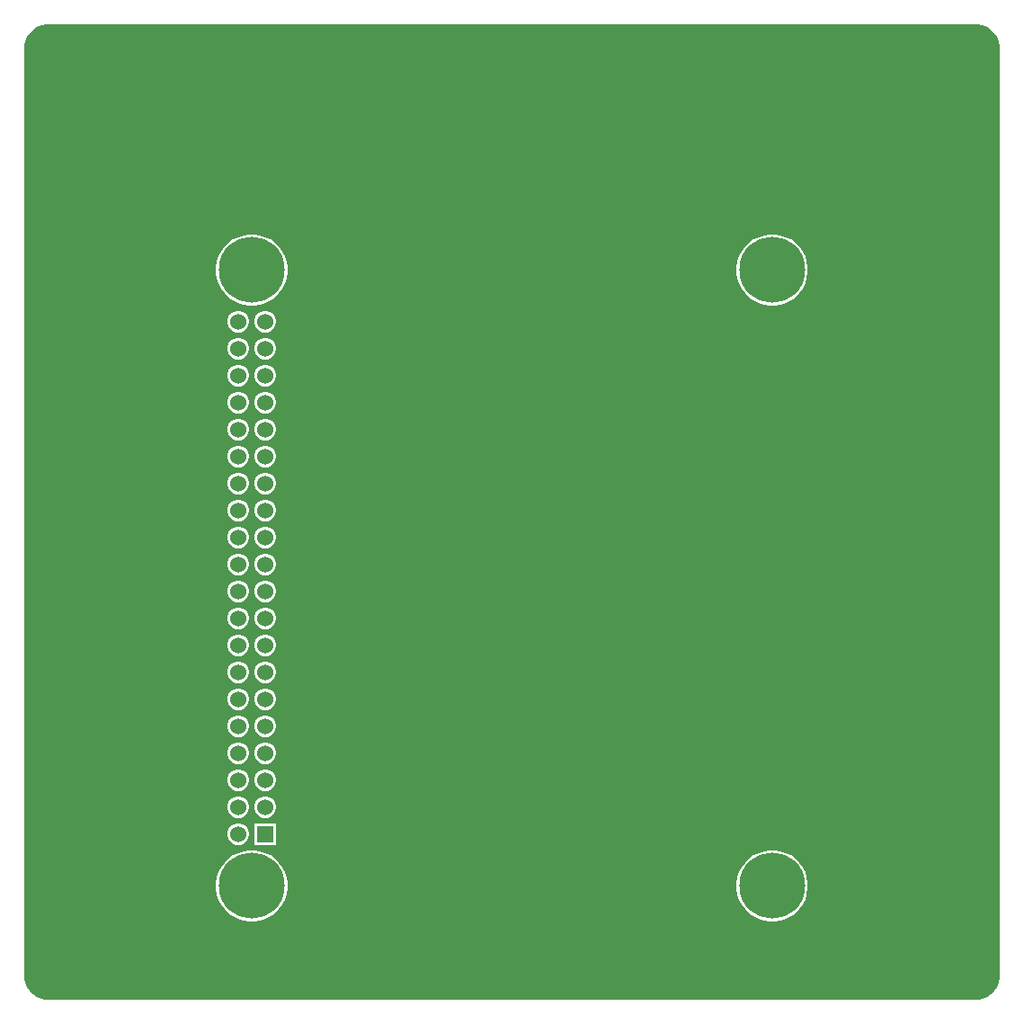
<source format=gbl>
G04*
G04 #@! TF.GenerationSoftware,Altium Limited,Altium Designer,23.0.1 (38)*
G04*
G04 Layer_Physical_Order=2*
G04 Layer_Color=16711680*
%FSLAX25Y25*%
%MOIN*%
G70*
G04*
G04 #@! TF.SameCoordinates,98C9FFAE-3615-4BD8-9C5D-4E3436802419*
G04*
G04*
G04 #@! TF.FilePolarity,Positive*
G04*
G01*
G75*
%ADD16C,0.24410*%
%ADD17R,0.06000X0.06000*%
%ADD18C,0.06000*%
G36*
X354622Y362615D02*
X356355Y362270D01*
X357962Y361605D01*
X359408Y360638D01*
X360638Y359408D01*
X361605Y357962D01*
X362270Y356355D01*
X362615Y354622D01*
X362658Y353752D01*
Y10028D01*
X362615Y9157D01*
X362270Y7424D01*
X361605Y5817D01*
X360638Y4371D01*
X359408Y3141D01*
X357962Y2175D01*
X356355Y1509D01*
X354622Y1164D01*
X353752Y1122D01*
X10028D01*
X9157Y1164D01*
X7424Y1509D01*
X5817Y2175D01*
X4371Y3141D01*
X3141Y4371D01*
X2175Y5817D01*
X1509Y7424D01*
X1164Y9157D01*
X1122Y10028D01*
Y353752D01*
X1164Y354622D01*
X1509Y356355D01*
X2175Y357962D01*
X3141Y359408D01*
X4371Y360638D01*
X5817Y361605D01*
X7424Y362270D01*
X9157Y362615D01*
X10028Y362658D01*
X353752D01*
X354622Y362615D01*
D02*
G37*
%LPC*%
G36*
X279386Y284858D02*
X277307D01*
X275254Y284533D01*
X273278Y283891D01*
X271426Y282947D01*
X269744Y281726D01*
X268274Y280256D01*
X267053Y278574D01*
X266109Y276722D01*
X265467Y274746D01*
X265142Y272693D01*
Y270614D01*
X265467Y268561D01*
X266109Y266585D01*
X267053Y264733D01*
X268274Y263051D01*
X269744Y261581D01*
X271426Y260360D01*
X273278Y259416D01*
X275254Y258774D01*
X277307Y258449D01*
X279386D01*
X281439Y258774D01*
X283415Y259416D01*
X285267Y260360D01*
X286949Y261581D01*
X288418Y263051D01*
X289640Y264733D01*
X290584Y266585D01*
X291226Y268561D01*
X291551Y270614D01*
Y272693D01*
X291226Y274746D01*
X290584Y276722D01*
X289640Y278574D01*
X288418Y280256D01*
X286949Y281726D01*
X285267Y282947D01*
X283415Y283891D01*
X281439Y284533D01*
X279386Y284858D01*
D02*
G37*
G36*
X86472D02*
X84394D01*
X82341Y284533D01*
X80364Y283891D01*
X78512Y282947D01*
X76831Y281726D01*
X75361Y280256D01*
X74139Y278574D01*
X73196Y276722D01*
X72553Y274746D01*
X72228Y272693D01*
Y270614D01*
X72553Y268561D01*
X73196Y266585D01*
X74139Y264733D01*
X75361Y263051D01*
X76831Y261581D01*
X78512Y260360D01*
X80364Y259416D01*
X82341Y258774D01*
X84394Y258449D01*
X86472D01*
X88525Y258774D01*
X90502Y259416D01*
X92354Y260360D01*
X94035Y261581D01*
X95505Y263051D01*
X96727Y264733D01*
X97670Y266585D01*
X98313Y268561D01*
X98638Y270614D01*
Y272693D01*
X98313Y274746D01*
X97670Y276722D01*
X96727Y278574D01*
X95505Y280256D01*
X94035Y281726D01*
X92354Y282947D01*
X90502Y283891D01*
X88525Y284533D01*
X86472Y284858D01*
D02*
G37*
G36*
X90960Y256480D02*
X89907D01*
X88889Y256208D01*
X87977Y255681D01*
X87232Y254936D01*
X86706Y254024D01*
X86433Y253007D01*
Y251954D01*
X86706Y250936D01*
X87232Y250024D01*
X87977Y249279D01*
X88889Y248753D01*
X89907Y248480D01*
X90960D01*
X91977Y248753D01*
X92889Y249279D01*
X93634Y250024D01*
X94160Y250936D01*
X94433Y251954D01*
Y253007D01*
X94160Y254024D01*
X93634Y254936D01*
X92889Y255681D01*
X91977Y256208D01*
X90960Y256480D01*
D02*
G37*
G36*
X80960D02*
X79906D01*
X78889Y256208D01*
X77977Y255681D01*
X77232Y254936D01*
X76706Y254024D01*
X76433Y253007D01*
Y251954D01*
X76706Y250936D01*
X77232Y250024D01*
X77977Y249279D01*
X78889Y248753D01*
X79906Y248480D01*
X80960D01*
X81977Y248753D01*
X82889Y249279D01*
X83634Y250024D01*
X84161Y250936D01*
X84433Y251954D01*
Y253007D01*
X84161Y254024D01*
X83634Y254936D01*
X82889Y255681D01*
X81977Y256208D01*
X80960Y256480D01*
D02*
G37*
G36*
X90960Y246480D02*
X89907D01*
X88889Y246208D01*
X87977Y245681D01*
X87232Y244936D01*
X86706Y244024D01*
X86433Y243007D01*
Y241954D01*
X86706Y240936D01*
X87232Y240024D01*
X87977Y239280D01*
X88889Y238753D01*
X89907Y238480D01*
X90960D01*
X91977Y238753D01*
X92889Y239280D01*
X93634Y240024D01*
X94160Y240936D01*
X94433Y241954D01*
Y243007D01*
X94160Y244024D01*
X93634Y244936D01*
X92889Y245681D01*
X91977Y246208D01*
X90960Y246480D01*
D02*
G37*
G36*
X80960D02*
X79906D01*
X78889Y246208D01*
X77977Y245681D01*
X77232Y244936D01*
X76706Y244024D01*
X76433Y243007D01*
Y241954D01*
X76706Y240936D01*
X77232Y240024D01*
X77977Y239280D01*
X78889Y238753D01*
X79906Y238480D01*
X80960D01*
X81977Y238753D01*
X82889Y239280D01*
X83634Y240024D01*
X84161Y240936D01*
X84433Y241954D01*
Y243007D01*
X84161Y244024D01*
X83634Y244936D01*
X82889Y245681D01*
X81977Y246208D01*
X80960Y246480D01*
D02*
G37*
G36*
X90960Y236480D02*
X89907D01*
X88889Y236208D01*
X87977Y235681D01*
X87232Y234936D01*
X86706Y234024D01*
X86433Y233007D01*
Y231954D01*
X86706Y230936D01*
X87232Y230024D01*
X87977Y229279D01*
X88889Y228753D01*
X89907Y228480D01*
X90960D01*
X91977Y228753D01*
X92889Y229279D01*
X93634Y230024D01*
X94160Y230936D01*
X94433Y231954D01*
Y233007D01*
X94160Y234024D01*
X93634Y234936D01*
X92889Y235681D01*
X91977Y236208D01*
X90960Y236480D01*
D02*
G37*
G36*
X80960D02*
X79906D01*
X78889Y236208D01*
X77977Y235681D01*
X77232Y234936D01*
X76706Y234024D01*
X76433Y233007D01*
Y231954D01*
X76706Y230936D01*
X77232Y230024D01*
X77977Y229279D01*
X78889Y228753D01*
X79906Y228480D01*
X80960D01*
X81977Y228753D01*
X82889Y229279D01*
X83634Y230024D01*
X84161Y230936D01*
X84433Y231954D01*
Y233007D01*
X84161Y234024D01*
X83634Y234936D01*
X82889Y235681D01*
X81977Y236208D01*
X80960Y236480D01*
D02*
G37*
G36*
X90960Y226480D02*
X89907D01*
X88889Y226208D01*
X87977Y225681D01*
X87232Y224936D01*
X86706Y224024D01*
X86433Y223007D01*
Y221954D01*
X86706Y220936D01*
X87232Y220024D01*
X87977Y219280D01*
X88889Y218753D01*
X89907Y218480D01*
X90960D01*
X91977Y218753D01*
X92889Y219280D01*
X93634Y220024D01*
X94160Y220936D01*
X94433Y221954D01*
Y223007D01*
X94160Y224024D01*
X93634Y224936D01*
X92889Y225681D01*
X91977Y226208D01*
X90960Y226480D01*
D02*
G37*
G36*
X80960D02*
X79906D01*
X78889Y226208D01*
X77977Y225681D01*
X77232Y224936D01*
X76706Y224024D01*
X76433Y223007D01*
Y221954D01*
X76706Y220936D01*
X77232Y220024D01*
X77977Y219280D01*
X78889Y218753D01*
X79906Y218480D01*
X80960D01*
X81977Y218753D01*
X82889Y219280D01*
X83634Y220024D01*
X84161Y220936D01*
X84433Y221954D01*
Y223007D01*
X84161Y224024D01*
X83634Y224936D01*
X82889Y225681D01*
X81977Y226208D01*
X80960Y226480D01*
D02*
G37*
G36*
X90960Y216480D02*
X89907D01*
X88889Y216208D01*
X87977Y215681D01*
X87232Y214936D01*
X86706Y214024D01*
X86433Y213007D01*
Y211954D01*
X86706Y210936D01*
X87232Y210024D01*
X87977Y209279D01*
X88889Y208753D01*
X89907Y208480D01*
X90960D01*
X91977Y208753D01*
X92889Y209279D01*
X93634Y210024D01*
X94160Y210936D01*
X94433Y211954D01*
Y213007D01*
X94160Y214024D01*
X93634Y214936D01*
X92889Y215681D01*
X91977Y216208D01*
X90960Y216480D01*
D02*
G37*
G36*
X80960D02*
X79906D01*
X78889Y216208D01*
X77977Y215681D01*
X77232Y214936D01*
X76706Y214024D01*
X76433Y213007D01*
Y211954D01*
X76706Y210936D01*
X77232Y210024D01*
X77977Y209279D01*
X78889Y208753D01*
X79906Y208480D01*
X80960D01*
X81977Y208753D01*
X82889Y209279D01*
X83634Y210024D01*
X84161Y210936D01*
X84433Y211954D01*
Y213007D01*
X84161Y214024D01*
X83634Y214936D01*
X82889Y215681D01*
X81977Y216208D01*
X80960Y216480D01*
D02*
G37*
G36*
X90960Y206480D02*
X89907D01*
X88889Y206208D01*
X87977Y205681D01*
X87232Y204936D01*
X86706Y204024D01*
X86433Y203007D01*
Y201954D01*
X86706Y200936D01*
X87232Y200024D01*
X87977Y199279D01*
X88889Y198753D01*
X89907Y198480D01*
X90960D01*
X91977Y198753D01*
X92889Y199279D01*
X93634Y200024D01*
X94160Y200936D01*
X94433Y201954D01*
Y203007D01*
X94160Y204024D01*
X93634Y204936D01*
X92889Y205681D01*
X91977Y206208D01*
X90960Y206480D01*
D02*
G37*
G36*
X80960D02*
X79906D01*
X78889Y206208D01*
X77977Y205681D01*
X77232Y204936D01*
X76706Y204024D01*
X76433Y203007D01*
Y201954D01*
X76706Y200936D01*
X77232Y200024D01*
X77977Y199279D01*
X78889Y198753D01*
X79906Y198480D01*
X80960D01*
X81977Y198753D01*
X82889Y199279D01*
X83634Y200024D01*
X84161Y200936D01*
X84433Y201954D01*
Y203007D01*
X84161Y204024D01*
X83634Y204936D01*
X82889Y205681D01*
X81977Y206208D01*
X80960Y206480D01*
D02*
G37*
G36*
X90960Y196480D02*
X89907D01*
X88889Y196208D01*
X87977Y195681D01*
X87232Y194936D01*
X86706Y194024D01*
X86433Y193007D01*
Y191954D01*
X86706Y190936D01*
X87232Y190024D01*
X87977Y189279D01*
X88889Y188753D01*
X89907Y188480D01*
X90960D01*
X91977Y188753D01*
X92889Y189279D01*
X93634Y190024D01*
X94160Y190936D01*
X94433Y191954D01*
Y193007D01*
X94160Y194024D01*
X93634Y194936D01*
X92889Y195681D01*
X91977Y196208D01*
X90960Y196480D01*
D02*
G37*
G36*
X80960D02*
X79906D01*
X78889Y196208D01*
X77977Y195681D01*
X77232Y194936D01*
X76706Y194024D01*
X76433Y193007D01*
Y191954D01*
X76706Y190936D01*
X77232Y190024D01*
X77977Y189279D01*
X78889Y188753D01*
X79906Y188480D01*
X80960D01*
X81977Y188753D01*
X82889Y189279D01*
X83634Y190024D01*
X84161Y190936D01*
X84433Y191954D01*
Y193007D01*
X84161Y194024D01*
X83634Y194936D01*
X82889Y195681D01*
X81977Y196208D01*
X80960Y196480D01*
D02*
G37*
G36*
X90960Y186480D02*
X89907D01*
X88889Y186208D01*
X87977Y185681D01*
X87232Y184936D01*
X86706Y184024D01*
X86433Y183007D01*
Y181954D01*
X86706Y180936D01*
X87232Y180024D01*
X87977Y179279D01*
X88889Y178753D01*
X89907Y178480D01*
X90960D01*
X91977Y178753D01*
X92889Y179279D01*
X93634Y180024D01*
X94160Y180936D01*
X94433Y181954D01*
Y183007D01*
X94160Y184024D01*
X93634Y184936D01*
X92889Y185681D01*
X91977Y186208D01*
X90960Y186480D01*
D02*
G37*
G36*
X80960D02*
X79906D01*
X78889Y186208D01*
X77977Y185681D01*
X77232Y184936D01*
X76706Y184024D01*
X76433Y183007D01*
Y181954D01*
X76706Y180936D01*
X77232Y180024D01*
X77977Y179279D01*
X78889Y178753D01*
X79906Y178480D01*
X80960D01*
X81977Y178753D01*
X82889Y179279D01*
X83634Y180024D01*
X84161Y180936D01*
X84433Y181954D01*
Y183007D01*
X84161Y184024D01*
X83634Y184936D01*
X82889Y185681D01*
X81977Y186208D01*
X80960Y186480D01*
D02*
G37*
G36*
X90960Y176480D02*
X89907D01*
X88889Y176208D01*
X87977Y175681D01*
X87232Y174936D01*
X86706Y174024D01*
X86433Y173007D01*
Y171954D01*
X86706Y170936D01*
X87232Y170024D01*
X87977Y169280D01*
X88889Y168753D01*
X89907Y168480D01*
X90960D01*
X91977Y168753D01*
X92889Y169280D01*
X93634Y170024D01*
X94160Y170936D01*
X94433Y171954D01*
Y173007D01*
X94160Y174024D01*
X93634Y174936D01*
X92889Y175681D01*
X91977Y176208D01*
X90960Y176480D01*
D02*
G37*
G36*
X80960D02*
X79906D01*
X78889Y176208D01*
X77977Y175681D01*
X77232Y174936D01*
X76706Y174024D01*
X76433Y173007D01*
Y171954D01*
X76706Y170936D01*
X77232Y170024D01*
X77977Y169280D01*
X78889Y168753D01*
X79906Y168480D01*
X80960D01*
X81977Y168753D01*
X82889Y169280D01*
X83634Y170024D01*
X84161Y170936D01*
X84433Y171954D01*
Y173007D01*
X84161Y174024D01*
X83634Y174936D01*
X82889Y175681D01*
X81977Y176208D01*
X80960Y176480D01*
D02*
G37*
G36*
X90960Y166480D02*
X89907D01*
X88889Y166208D01*
X87977Y165681D01*
X87232Y164936D01*
X86706Y164024D01*
X86433Y163007D01*
Y161954D01*
X86706Y160936D01*
X87232Y160024D01*
X87977Y159280D01*
X88889Y158753D01*
X89907Y158480D01*
X90960D01*
X91977Y158753D01*
X92889Y159280D01*
X93634Y160024D01*
X94160Y160936D01*
X94433Y161954D01*
Y163007D01*
X94160Y164024D01*
X93634Y164936D01*
X92889Y165681D01*
X91977Y166208D01*
X90960Y166480D01*
D02*
G37*
G36*
X80960D02*
X79906D01*
X78889Y166208D01*
X77977Y165681D01*
X77232Y164936D01*
X76706Y164024D01*
X76433Y163007D01*
Y161954D01*
X76706Y160936D01*
X77232Y160024D01*
X77977Y159280D01*
X78889Y158753D01*
X79906Y158480D01*
X80960D01*
X81977Y158753D01*
X82889Y159280D01*
X83634Y160024D01*
X84161Y160936D01*
X84433Y161954D01*
Y163007D01*
X84161Y164024D01*
X83634Y164936D01*
X82889Y165681D01*
X81977Y166208D01*
X80960Y166480D01*
D02*
G37*
G36*
X90960Y156480D02*
X89907D01*
X88889Y156208D01*
X87977Y155681D01*
X87232Y154936D01*
X86706Y154024D01*
X86433Y153007D01*
Y151954D01*
X86706Y150936D01*
X87232Y150024D01*
X87977Y149279D01*
X88889Y148753D01*
X89907Y148480D01*
X90960D01*
X91977Y148753D01*
X92889Y149279D01*
X93634Y150024D01*
X94160Y150936D01*
X94433Y151954D01*
Y153007D01*
X94160Y154024D01*
X93634Y154936D01*
X92889Y155681D01*
X91977Y156208D01*
X90960Y156480D01*
D02*
G37*
G36*
X80960D02*
X79906D01*
X78889Y156208D01*
X77977Y155681D01*
X77232Y154936D01*
X76706Y154024D01*
X76433Y153007D01*
Y151954D01*
X76706Y150936D01*
X77232Y150024D01*
X77977Y149279D01*
X78889Y148753D01*
X79906Y148480D01*
X80960D01*
X81977Y148753D01*
X82889Y149279D01*
X83634Y150024D01*
X84161Y150936D01*
X84433Y151954D01*
Y153007D01*
X84161Y154024D01*
X83634Y154936D01*
X82889Y155681D01*
X81977Y156208D01*
X80960Y156480D01*
D02*
G37*
G36*
X90960Y146480D02*
X89907D01*
X88889Y146208D01*
X87977Y145681D01*
X87232Y144936D01*
X86706Y144024D01*
X86433Y143007D01*
Y141954D01*
X86706Y140936D01*
X87232Y140024D01*
X87977Y139279D01*
X88889Y138753D01*
X89907Y138480D01*
X90960D01*
X91977Y138753D01*
X92889Y139279D01*
X93634Y140024D01*
X94160Y140936D01*
X94433Y141954D01*
Y143007D01*
X94160Y144024D01*
X93634Y144936D01*
X92889Y145681D01*
X91977Y146208D01*
X90960Y146480D01*
D02*
G37*
G36*
X80960D02*
X79906D01*
X78889Y146208D01*
X77977Y145681D01*
X77232Y144936D01*
X76706Y144024D01*
X76433Y143007D01*
Y141954D01*
X76706Y140936D01*
X77232Y140024D01*
X77977Y139279D01*
X78889Y138753D01*
X79906Y138480D01*
X80960D01*
X81977Y138753D01*
X82889Y139279D01*
X83634Y140024D01*
X84161Y140936D01*
X84433Y141954D01*
Y143007D01*
X84161Y144024D01*
X83634Y144936D01*
X82889Y145681D01*
X81977Y146208D01*
X80960Y146480D01*
D02*
G37*
G36*
X90960Y136480D02*
X89907D01*
X88889Y136208D01*
X87977Y135681D01*
X87232Y134936D01*
X86706Y134024D01*
X86433Y133007D01*
Y131954D01*
X86706Y130936D01*
X87232Y130024D01*
X87977Y129279D01*
X88889Y128753D01*
X89907Y128480D01*
X90960D01*
X91977Y128753D01*
X92889Y129279D01*
X93634Y130024D01*
X94160Y130936D01*
X94433Y131954D01*
Y133007D01*
X94160Y134024D01*
X93634Y134936D01*
X92889Y135681D01*
X91977Y136208D01*
X90960Y136480D01*
D02*
G37*
G36*
X80960D02*
X79906D01*
X78889Y136208D01*
X77977Y135681D01*
X77232Y134936D01*
X76706Y134024D01*
X76433Y133007D01*
Y131954D01*
X76706Y130936D01*
X77232Y130024D01*
X77977Y129279D01*
X78889Y128753D01*
X79906Y128480D01*
X80960D01*
X81977Y128753D01*
X82889Y129279D01*
X83634Y130024D01*
X84161Y130936D01*
X84433Y131954D01*
Y133007D01*
X84161Y134024D01*
X83634Y134936D01*
X82889Y135681D01*
X81977Y136208D01*
X80960Y136480D01*
D02*
G37*
G36*
X90960Y126480D02*
X89907D01*
X88889Y126208D01*
X87977Y125681D01*
X87232Y124936D01*
X86706Y124024D01*
X86433Y123007D01*
Y121954D01*
X86706Y120936D01*
X87232Y120024D01*
X87977Y119280D01*
X88889Y118753D01*
X89907Y118480D01*
X90960D01*
X91977Y118753D01*
X92889Y119280D01*
X93634Y120024D01*
X94160Y120936D01*
X94433Y121954D01*
Y123007D01*
X94160Y124024D01*
X93634Y124936D01*
X92889Y125681D01*
X91977Y126208D01*
X90960Y126480D01*
D02*
G37*
G36*
X80960D02*
X79906D01*
X78889Y126208D01*
X77977Y125681D01*
X77232Y124936D01*
X76706Y124024D01*
X76433Y123007D01*
Y121954D01*
X76706Y120936D01*
X77232Y120024D01*
X77977Y119280D01*
X78889Y118753D01*
X79906Y118480D01*
X80960D01*
X81977Y118753D01*
X82889Y119280D01*
X83634Y120024D01*
X84161Y120936D01*
X84433Y121954D01*
Y123007D01*
X84161Y124024D01*
X83634Y124936D01*
X82889Y125681D01*
X81977Y126208D01*
X80960Y126480D01*
D02*
G37*
G36*
X90960Y116480D02*
X89907D01*
X88889Y116208D01*
X87977Y115681D01*
X87232Y114936D01*
X86706Y114024D01*
X86433Y113007D01*
Y111954D01*
X86706Y110936D01*
X87232Y110024D01*
X87977Y109280D01*
X88889Y108753D01*
X89907Y108480D01*
X90960D01*
X91977Y108753D01*
X92889Y109280D01*
X93634Y110024D01*
X94160Y110936D01*
X94433Y111954D01*
Y113007D01*
X94160Y114024D01*
X93634Y114936D01*
X92889Y115681D01*
X91977Y116208D01*
X90960Y116480D01*
D02*
G37*
G36*
X80960D02*
X79906D01*
X78889Y116208D01*
X77977Y115681D01*
X77232Y114936D01*
X76706Y114024D01*
X76433Y113007D01*
Y111954D01*
X76706Y110936D01*
X77232Y110024D01*
X77977Y109280D01*
X78889Y108753D01*
X79906Y108480D01*
X80960D01*
X81977Y108753D01*
X82889Y109280D01*
X83634Y110024D01*
X84161Y110936D01*
X84433Y111954D01*
Y113007D01*
X84161Y114024D01*
X83634Y114936D01*
X82889Y115681D01*
X81977Y116208D01*
X80960Y116480D01*
D02*
G37*
G36*
X90960Y106480D02*
X89907D01*
X88889Y106208D01*
X87977Y105681D01*
X87232Y104936D01*
X86706Y104024D01*
X86433Y103007D01*
Y101954D01*
X86706Y100936D01*
X87232Y100024D01*
X87977Y99279D01*
X88889Y98753D01*
X89907Y98480D01*
X90960D01*
X91977Y98753D01*
X92889Y99279D01*
X93634Y100024D01*
X94160Y100936D01*
X94433Y101954D01*
Y103007D01*
X94160Y104024D01*
X93634Y104936D01*
X92889Y105681D01*
X91977Y106208D01*
X90960Y106480D01*
D02*
G37*
G36*
X80960D02*
X79906D01*
X78889Y106208D01*
X77977Y105681D01*
X77232Y104936D01*
X76706Y104024D01*
X76433Y103007D01*
Y101954D01*
X76706Y100936D01*
X77232Y100024D01*
X77977Y99279D01*
X78889Y98753D01*
X79906Y98480D01*
X80960D01*
X81977Y98753D01*
X82889Y99279D01*
X83634Y100024D01*
X84161Y100936D01*
X84433Y101954D01*
Y103007D01*
X84161Y104024D01*
X83634Y104936D01*
X82889Y105681D01*
X81977Y106208D01*
X80960Y106480D01*
D02*
G37*
G36*
X90960Y96480D02*
X89907D01*
X88889Y96208D01*
X87977Y95681D01*
X87232Y94936D01*
X86706Y94024D01*
X86433Y93007D01*
Y91954D01*
X86706Y90936D01*
X87232Y90024D01*
X87977Y89280D01*
X88889Y88753D01*
X89907Y88480D01*
X90960D01*
X91977Y88753D01*
X92889Y89280D01*
X93634Y90024D01*
X94160Y90936D01*
X94433Y91954D01*
Y93007D01*
X94160Y94024D01*
X93634Y94936D01*
X92889Y95681D01*
X91977Y96208D01*
X90960Y96480D01*
D02*
G37*
G36*
X80960D02*
X79906D01*
X78889Y96208D01*
X77977Y95681D01*
X77232Y94936D01*
X76706Y94024D01*
X76433Y93007D01*
Y91954D01*
X76706Y90936D01*
X77232Y90024D01*
X77977Y89280D01*
X78889Y88753D01*
X79906Y88480D01*
X80960D01*
X81977Y88753D01*
X82889Y89280D01*
X83634Y90024D01*
X84161Y90936D01*
X84433Y91954D01*
Y93007D01*
X84161Y94024D01*
X83634Y94936D01*
X82889Y95681D01*
X81977Y96208D01*
X80960Y96480D01*
D02*
G37*
G36*
X90960Y86480D02*
X89907D01*
X88889Y86208D01*
X87977Y85681D01*
X87232Y84936D01*
X86706Y84024D01*
X86433Y83007D01*
Y81954D01*
X86706Y80936D01*
X87232Y80024D01*
X87977Y79280D01*
X88889Y78753D01*
X89907Y78480D01*
X90960D01*
X91977Y78753D01*
X92889Y79280D01*
X93634Y80024D01*
X94160Y80936D01*
X94433Y81954D01*
Y83007D01*
X94160Y84024D01*
X93634Y84936D01*
X92889Y85681D01*
X91977Y86208D01*
X90960Y86480D01*
D02*
G37*
G36*
X80960D02*
X79906D01*
X78889Y86208D01*
X77977Y85681D01*
X77232Y84936D01*
X76706Y84024D01*
X76433Y83007D01*
Y81954D01*
X76706Y80936D01*
X77232Y80024D01*
X77977Y79280D01*
X78889Y78753D01*
X79906Y78480D01*
X80960D01*
X81977Y78753D01*
X82889Y79280D01*
X83634Y80024D01*
X84161Y80936D01*
X84433Y81954D01*
Y83007D01*
X84161Y84024D01*
X83634Y84936D01*
X82889Y85681D01*
X81977Y86208D01*
X80960Y86480D01*
D02*
G37*
G36*
X90960Y76480D02*
X89907D01*
X88889Y76208D01*
X87977Y75681D01*
X87232Y74936D01*
X86706Y74024D01*
X86433Y73007D01*
Y71954D01*
X86706Y70936D01*
X87232Y70024D01*
X87977Y69279D01*
X88889Y68753D01*
X89907Y68480D01*
X90960D01*
X91977Y68753D01*
X92889Y69279D01*
X93634Y70024D01*
X94160Y70936D01*
X94433Y71954D01*
Y73007D01*
X94160Y74024D01*
X93634Y74936D01*
X92889Y75681D01*
X91977Y76208D01*
X90960Y76480D01*
D02*
G37*
G36*
X80960D02*
X79906D01*
X78889Y76208D01*
X77977Y75681D01*
X77232Y74936D01*
X76706Y74024D01*
X76433Y73007D01*
Y71954D01*
X76706Y70936D01*
X77232Y70024D01*
X77977Y69279D01*
X78889Y68753D01*
X79906Y68480D01*
X80960D01*
X81977Y68753D01*
X82889Y69279D01*
X83634Y70024D01*
X84161Y70936D01*
X84433Y71954D01*
Y73007D01*
X84161Y74024D01*
X83634Y74936D01*
X82889Y75681D01*
X81977Y76208D01*
X80960Y76480D01*
D02*
G37*
G36*
X94433Y66480D02*
X86433D01*
Y58480D01*
X94433D01*
Y66480D01*
D02*
G37*
G36*
X80960D02*
X79906D01*
X78889Y66208D01*
X77977Y65681D01*
X77232Y64936D01*
X76706Y64024D01*
X76433Y63007D01*
Y61954D01*
X76706Y60936D01*
X77232Y60024D01*
X77977Y59280D01*
X78889Y58753D01*
X79906Y58480D01*
X80960D01*
X81977Y58753D01*
X82889Y59280D01*
X83634Y60024D01*
X84161Y60936D01*
X84433Y61954D01*
Y63007D01*
X84161Y64024D01*
X83634Y64936D01*
X82889Y65681D01*
X81977Y66208D01*
X80960Y66480D01*
D02*
G37*
G36*
X279386Y56512D02*
X277307D01*
X275254Y56187D01*
X273278Y55544D01*
X271426Y54601D01*
X269744Y53379D01*
X268274Y51909D01*
X267053Y50228D01*
X266109Y48376D01*
X265467Y46399D01*
X265142Y44346D01*
Y42268D01*
X265467Y40215D01*
X266109Y38238D01*
X267053Y36386D01*
X268274Y34705D01*
X269744Y33235D01*
X271426Y32013D01*
X273278Y31070D01*
X275254Y30428D01*
X277307Y30102D01*
X279386D01*
X281439Y30428D01*
X283415Y31070D01*
X285267Y32013D01*
X286949Y33235D01*
X288418Y34705D01*
X289640Y36386D01*
X290584Y38238D01*
X291226Y40215D01*
X291551Y42268D01*
Y44346D01*
X291226Y46399D01*
X290584Y48376D01*
X289640Y50228D01*
X288418Y51909D01*
X286949Y53379D01*
X285267Y54601D01*
X283415Y55544D01*
X281439Y56187D01*
X279386Y56512D01*
D02*
G37*
G36*
X86472D02*
X84394D01*
X82341Y56187D01*
X80364Y55544D01*
X78512Y54601D01*
X76831Y53379D01*
X75361Y51909D01*
X74139Y50228D01*
X73196Y48376D01*
X72553Y46399D01*
X72228Y44346D01*
Y42268D01*
X72553Y40215D01*
X73196Y38238D01*
X74139Y36386D01*
X75361Y34705D01*
X76831Y33235D01*
X78512Y32013D01*
X80364Y31070D01*
X82341Y30428D01*
X84394Y30102D01*
X86472D01*
X88525Y30428D01*
X90502Y31070D01*
X92354Y32013D01*
X94035Y33235D01*
X95505Y34705D01*
X96727Y36386D01*
X97670Y38238D01*
X98313Y40215D01*
X98638Y42268D01*
Y44346D01*
X98313Y46399D01*
X97670Y48376D01*
X96727Y50228D01*
X95505Y51909D01*
X94035Y53379D01*
X92354Y54601D01*
X90502Y55544D01*
X88525Y56187D01*
X86472Y56512D01*
D02*
G37*
%LPD*%
D16*
X278346Y43307D02*
D03*
Y271654D02*
D03*
X85433D02*
D03*
Y43307D02*
D03*
D17*
X90433Y62480D02*
D03*
D18*
Y72480D02*
D03*
Y82480D02*
D03*
Y92480D02*
D03*
Y102480D02*
D03*
Y112480D02*
D03*
X80433Y62480D02*
D03*
Y72480D02*
D03*
Y82480D02*
D03*
Y92480D02*
D03*
Y102480D02*
D03*
Y112480D02*
D03*
X90433Y122480D02*
D03*
X80433D02*
D03*
X90433Y132480D02*
D03*
Y142480D02*
D03*
Y152480D02*
D03*
Y162480D02*
D03*
Y172480D02*
D03*
Y182480D02*
D03*
X80433Y132480D02*
D03*
Y142480D02*
D03*
Y152480D02*
D03*
Y162480D02*
D03*
Y172480D02*
D03*
Y182480D02*
D03*
X90433Y192480D02*
D03*
X80433D02*
D03*
X90433Y202480D02*
D03*
Y212480D02*
D03*
Y222480D02*
D03*
Y232480D02*
D03*
Y242480D02*
D03*
Y252480D02*
D03*
X80433Y202480D02*
D03*
Y212480D02*
D03*
Y222480D02*
D03*
Y232480D02*
D03*
Y242480D02*
D03*
Y252480D02*
D03*
M02*

</source>
